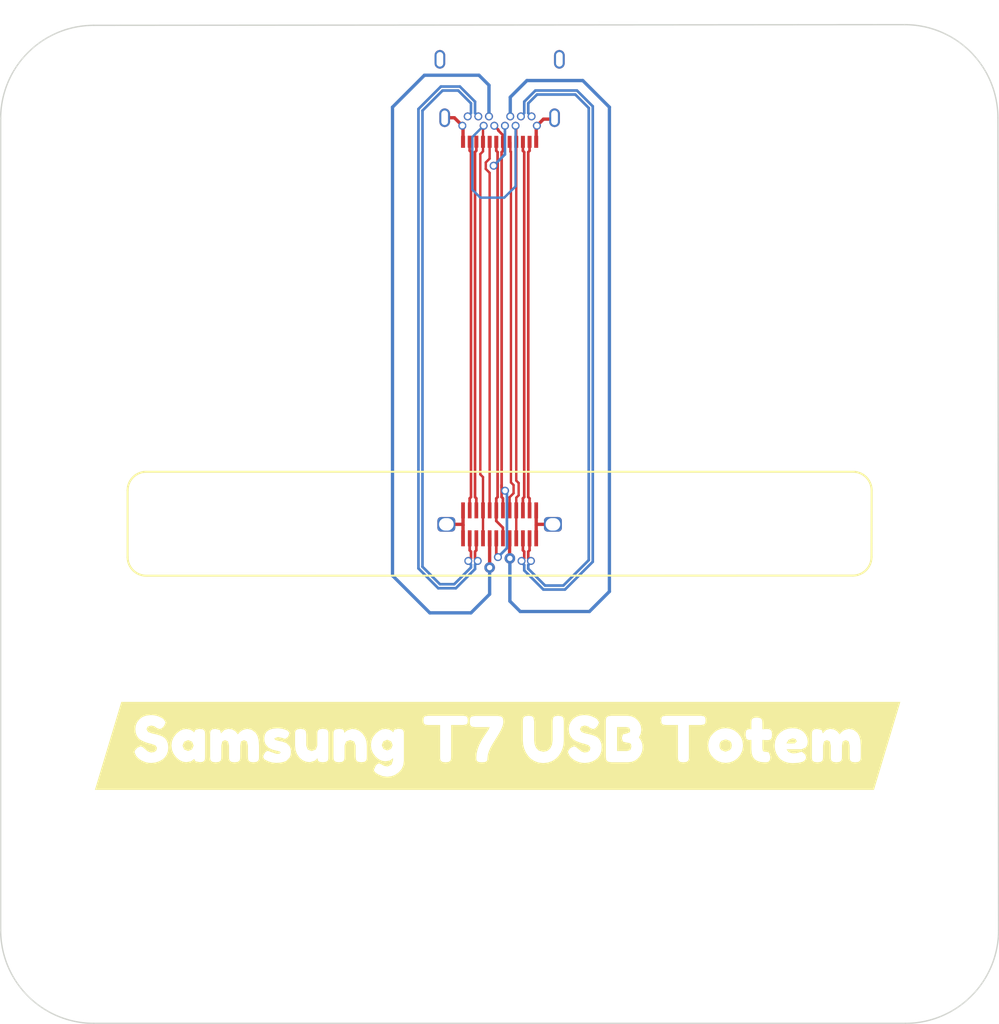
<source format=kicad_pcb>
(kicad_pcb (version 20221018) (generator pcbnew)
  (layers (0 "F.Cu" signal) (1 "In1.Cu" signal) (2 "In2.Cu" signal) (31 "B.Cu" signal) (34 "B.Paste" user) (35 "F.Paste" user) (36 "B.SilkS" user "B.Silkscreen") (37 "F.SilkS" user "F.Silkscreen") (38 "B.Mask" user) (39 "F.Mask" user) (44 "Edge.Cuts" user))
  (net 0 "")
  (net 1 "VSS")
  (net 2 "TX1+")
  (net 3 "TX1-")
  (net 4 "VBUS")
  (net 5 "CC1")
  (net 6 "D+")
  (net 7 "D-")
  (net 8 "SBU1")
  (net 9 "RX2-")
  (net 10 "RX2+")
  (net 11 "TX2+")
  (net 12 "TX2-")
  (net 13 "CC2")
  (net 14 "SBU2")
  (net 15 "RX1-")
  (net 16 "RX1+")
  (footprint "MountingHole:MountingHole_3.2mm_M3" (layer "F.Cu") (at 199.6 69.9)
    (fp_text reference "H2" hide)
    (fp_text value "MountingHole")
    (pad "" np_thru_hole circle (at 0 0) (size 3.2 3.2) (drill 3.2) (layers "*.Cu" "*.Mask"))
  )
  (footprint "MountingHole:MountingHole_3.2mm_M3" (layer "F.Cu") (at 138.3 69.9)
    (fp_text reference "H1" hide)
    (fp_text value "MountingHole")
    (pad "" np_thru_hole circle (at 0 0) (size 3.2 3.2) (drill 3.2) (layers "*.Cu" "*.Mask"))
  )
  (footprint "T7Totem:U263-241N-4BQC15 Male USBC" (layer "F.Cu") (at 169.15 100.35)
    (fp_text reference "J1" hide)
    (fp_text value "USB_C_Receptacle")
    (pad "" np_thru_hole circle (at -3.81 0.925) (size 0.6 0.6) (drill 0.6) (layers "F&B.Cu" "*.Mask"))
    (pad "" np_thru_hole circle (at 3.81 -0.925) (size 0.6 0.6) (drill 0.6) (layers "F&B.Cu" "*.Mask"))
    (pad "A1" smd rect (at 2.75 -1.05) (size 0.28 1.2) (layers "F.Cu" "F.Paste" "F.Mask") (net 1 "VSS"))
    (pad "A2" smd rect (at 2.25 -1.05) (size 0.28 1.2) (layers "F.Cu" "F.Paste" "F.Mask") (net 2 "TX1+"))
    (pad "A3" smd rect (at 1.75 -1.05) (size 0.28 1.2) (layers "F.Cu" "F.Paste" "F.Mask") (net 3 "TX1-"))
    (pad "A4" smd rect (at 1.25 -1.05) (size 0.28 1.2) (layers "F.Cu" "F.Paste" "F.Mask") (net 4 "VBUS"))
    (pad "A5" smd rect (at 0.75 -1.05) (size 0.28 1.2) (layers "F.Cu" "F.Paste" "F.Mask") (net 5 "CC1"))
    (pad "A6" smd rect (at 0.25 -1.05) (size 0.28 1.2) (layers "F.Cu" "F.Paste" "F.Mask") (net 6 "D+"))
    (pad "A7" smd rect (at -0.25 -1.05) (size 0.28 1.2) (layers "F.Cu" "F.Paste" "F.Mask") (net 7 "D-"))
    (pad "A8" smd rect (at -0.75 -1.05) (size 0.28 1.2) (layers "F.Cu" "F.Paste" "F.Mask") (net 8 "SBU1"))
    (pad "A9" smd rect (at -1.25 -1.05) (size 0.28 1.2) (layers "F.Cu" "F.Paste" "F.Mask") (net 4 "VBUS"))
    (pad "A10" smd rect (at -1.75 -1.05) (size 0.28 1.2) (layers "F.Cu" "F.Paste" "F.Mask") (net 9 "RX2-"))
    (pad "A11" smd rect (at -2.25 -1.05) (size 0.28 1.2) (layers "F.Cu" "F.Paste" "F.Mask") (net 10 "RX2+"))
    (pad "A12" smd rect (at -2.75 -1.05) (size 0.28 1.2) (layers "F.Cu" "F.Paste" "F.Mask") (net 1 "VSS"))
    (pad "B1" smd rect (at -2.75 1.05) (size 0.28 1.2) (layers "F.Cu" "F.Paste" "F.Mask") (net 1 "VSS"))
    (pad "B2" smd rect (at -2.25 1.05) (size 0.28 1.2) (layers "F.Cu" "F.Paste" "F.Mask") (net 11 "TX2+"))
    (pad "B3" smd rect (at -1.75 1.05) (size 0.28 1.2) (layers "F.Cu" "F.Paste" "F.Mask") (net 12 "TX2-"))
    (pad "B4" smd rect (at -1.25 1.05) (size 0.28 1.2) (layers "F.Cu" "F.Paste" "F.Mask") (net 4 "VBUS"))
    (pad "B5" smd rect (at -0.75 1.05) (size 0.28 1.2) (layers "F.Cu" "F.Paste" "F.Mask") (net 13 "CC2"))
    (pad "B6" smd rect (at -0.25 1.05) (size 0.28 1.2) (layers "F.Cu" "F.Paste" "F.Mask") (net 6 "D+"))
    (pad "B7" smd rect (at 0.25 1.05) (size 0.28 1.2) (layers "F.Cu" "F.Paste" "F.Mask") (net 7 "D-"))
    (pad "B8" smd rect (at 0.75 1.05) (size 0.28 1.2) (layers "F.Cu" "F.Paste" "F.Mask") (net 14 "SBU2"))
    (pad "B9" smd rect (at 1.25 1.05) (size 0.28 1.2) (layers "F.Cu" "F.Paste" "F.Mask") (net 4 "VBUS"))
    (pad "B10" smd rect (at 1.75 1.05) (size 0.28 1.2) (layers "F.Cu" "F.Paste" "F.Mask") (net 15 "RX1-"))
    (pad "B11" smd rect (at 2.25 1.05) (size 0.28 1.2) (layers "F.Cu" "F.Paste" "F.Mask") (net 16 "RX1+"))
    (pad "B12" smd rect (at 2.75 1.05) (size 0.28 1.2) (layers "F.Cu" "F.Paste" "F.Mask") (net 1 "VSS"))
    (pad "S1" thru_hole roundrect (at -4.005 0) (size 1.35 1.1) (drill oval 1.1 0.93) (layers "*.Cu" "*.Mask") (net 1 "VSS"))
    (pad "S1" thru_hole roundrect (at 4.005 0) (size 1.35 1.1) (drill oval 1.1 0.93) (layers "*.Cu" "*.Mask") (net 1 "VSS"))
  )
  (footprint "kibuzzard-63322C6E" (layer "F.Cu") (at 169 117)
    (fp_text reference "kibuzzard-63322C6E" hide)
    (fp_text value "G***" hide)
    (fp_poly (pts (xy 22.305169 -0.180975) (xy 22.486144 -0.333375) (xy 22.4028 -0.509588) (xy 22.164675 -0.576263) (xy 21.857494 -0.450056) (xy 21.705094 -0.180975) (xy 22.305169 -0.180975)) (fill solid) (layer "F.SilkS"))
    (fp_poly (pts (xy -23.681531 -0.01905) (xy -23.557706 0.264319) (xy -23.257669 0.390525) (xy -22.964775 0.261937) (xy -22.848094 -0.021431) (xy -22.960013 -0.309563) (xy -23.26005 -0.442913) (xy -23.56485 -0.309563) (xy -23.681531 -0.01905)) (fill solid) (layer "F.SilkS"))
    (fp_poly (pts (xy -8.708231 -0.054769) (xy -8.586788 0.223837) (xy -8.291513 0.347662) (xy -8.003381 0.221456) (xy -7.889081 -0.054769) (xy -7.998619 -0.335756) (xy -8.293894 -0.466725) (xy -8.593931 -0.338138) (xy -8.708231 -0.054769)) (fill solid) (layer "F.SilkS"))
    (fp_poly (pts (xy 16.818769 0.321469) (xy 17.128331 0.43815) (xy 17.442656 0.319087) (xy 17.560528 0.17145) (xy 17.599819 -0.033338) (xy 17.562909 -0.236934) (xy 17.452181 -0.381) (xy 17.133094 -0.4953) (xy 16.814006 -0.376238) (xy 16.703278 -0.229195) (xy 16.666369 -0.026194) (xy 16.704469 0.176212) (xy 16.818769 0.321469)) (fill solid) (layer "F.SilkS"))
    (fp_poly (pts (xy 10.056019 0.061912) (xy 10.029825 -0.119063) (xy 9.941719 -0.214313) (xy 9.675019 -0.252413) (xy 9.417844 -0.319088) (xy 9.332119 -0.592931) (xy 9.420225 -0.866775) (xy 9.713119 -0.93345) (xy 9.941719 -1.033463) (xy 9.956006 -1.204913) (xy 9.877425 -1.3716) (xy 9.641681 -1.419225) (xy 8.974931 -1.419225) (xy 8.974931 0.385762) (xy 9.755981 0.385762) (xy 9.981009 0.3048) (xy 10.056019 0.061912)) (fill solid) (layer "F.SilkS"))
    (fp_poly (pts (xy -27.291506 -3.306763) (xy -28.283694 -3.306763) (xy -30.267751 3.306763) (xy -28.283694 3.306763) (xy -27.291506 3.306763) (xy -26.024681 3.306763) (xy -26.024681 1.281112) (xy -26.242566 1.26742) (xy -26.448544 1.226344) (xy -26.772394 1.090612) (xy -26.986706 0.940594) (xy -27.124819 0.795337) (xy -27.167681 0.74295) (xy -27.291506 0.469106) (xy -27.240309 0.328017) (xy -27.086719 0.147637) (xy -26.834306 0.033337) (xy -26.674763 0.092869) (xy -26.462831 0.271462) (xy -26.272331 0.426244) (xy -26.043731 0.500062) (xy -25.797669 0.459846) (xy -25.650031 0.339196) (xy -25.600819 0.138112) (xy -25.722263 -0.045244) (xy -26.024681 -0.1524) (xy -26.2128 -0.195858) (xy -26.415206 -0.259556) (xy -26.617612 -0.339923) (xy -26.805731 -0.433388) (xy -26.971823 -0.56257) (xy -27.10815 -0.750094) (xy -27.199233 -0.988814) (xy -27.229594 -1.271588) (xy -27.194933 -1.539081) (xy -27.090952 -1.782763) (xy -26.91765 -2.002631) (xy -26.684552 -2.175933) (xy -26.401183 -2.279915) (xy -26.067544 -2.314575) (xy -25.794295 -2.29612) (xy -25.54605 -2.240756) (xy -25.219819 -2.090738) (xy -25.100756 -2.00025) (xy -24.953119 -1.766888) (xy -25.067419 -1.50495) (xy -25.231725 -1.326356) (xy -25.400794 -1.266825) (xy -25.648444 -1.362075) (xy -25.703212 -1.4097) (xy -25.777031 -1.471613) (xy -26.031825 -1.533525) (xy -26.289 -1.459706) (xy -26.391394 -1.254919) (xy -26.26995 -1.042988) (xy -25.967531 -0.93345) (xy -25.778222 -0.897136) (xy -25.572244 -0.845344) (xy -25.366266 -0.779264) (xy -25.176956 -0.700088) (xy -25.010864 -0.582811) (xy -24.874538 -0.402431) (xy -24.783455 -0.166092) (xy -24.753094 0.119062) (xy -24.78405 0.41017) (xy -24.876919 0.664369) (xy -25.019794 0.873323) (xy -25.200769 1.0287) (xy -25.463765 1.168929) (xy -25.738402 1.253067) (xy -26.024681 1.281112) (xy -26.024681 3.306763) (xy -22.359938 3.306763) (xy -22.359938 1.223962) (xy -22.7076 1.159669) (xy -22.809994 0.97155) (xy -23.045142 1.160859) (xy -23.398163 1.223962) (xy -23.666185 1.182158) (xy -23.920979 1.056746) (xy -24.162544 0.847725) (xy -24.358335 0.583406) (xy -24.47581 0.2921) (xy -24.514969 -0.026194) (xy -24.475546 -0.344223) (xy -24.357277 -0.634735) (xy -24.160163 -0.897731) (xy -23.915952 -1.105429) (xy -23.656396 -1.230048) (xy -23.381494 -1.271588) (xy -23.086219 -1.214438) (xy -22.900481 -1.107281) (xy -22.814756 -1.00965) (xy -22.706409 -1.209675) (xy -22.438519 -1.27635) (xy -22.162294 -1.247775) (xy -22.036088 -1.147763) (xy -21.993225 -1.021556) (xy -21.986081 -0.85725) (xy -21.986081 0.809625) (xy -21.993225 0.973931) (xy -22.033706 1.100137) (xy -22.148602 1.193006) (xy -22.359938 1.223962) (xy -22.359938 3.306763) (xy -18.352294 3.306763) (xy -18.352294 1.233487) (xy -18.593991 1.20015) (xy -18.719006 1.100137) (xy -18.759488 0.973931) (xy -18.766631 0.809625) (xy -18.766631 -0.023813) (xy -18.84045 -0.334566) (xy -19.061906 -0.43815) (xy -19.288125 -0.328613) (xy -19.347656 -0.01905) (xy -19.347656 0.814387) (xy -19.3548 0.981075) (xy -19.400044 1.1049) (xy -19.52625 1.201341) (xy -19.771519 1.233487) (xy -20.013216 1.20015) (xy -20.138231 1.100137) (xy -20.178713 0.973931) (xy -20.185856 0.809625) (xy -20.185856 -0.023813) (xy -20.259675 -0.334566) (xy -20.481131 -0.43815) (xy -20.695444 -0.334566) (xy -20.766881 -0.023813) (xy -20.766881 0.81915) (xy -20.774025 0.983456) (xy -20.819269 1.109662) (xy -20.947856 1.202531) (xy -21.190744 1.233487) (xy -21.432441 1.201341) (xy -21.557456 1.1049) (xy -21.597938 0.981075) (xy -21.605081 0.814387) (xy -21.605081 -0.862013) (xy -21.597938 -1.026319) (xy -21.552694 -1.147763) (xy -21.432441 -1.244203) (xy -21.214556 -1.27635) (xy -20.866894 -1.190625) (xy -20.785931 -0.942975) (xy -20.539472 -1.196578) (xy -20.247769 -1.281113) (xy -19.951435 -1.235075) (xy -19.710135 -1.096963) (xy -19.523869 -0.866775) (xy -19.397663 -1.016794) (xy -19.161919 -1.188244) (xy -18.828544 -1.281113) (xy -18.4785 -1.207889) (xy -18.190369 -0.988219) (xy -18.047494 -0.750358) (xy -17.961769 -0.427302) (xy -17.933194 -0.01905) (xy -17.933194 0.814387) (xy -17.940338 0.978694) (xy -17.985581 1.1049) (xy -18.108216 1.201341) (xy -18.352294 1.233487) (xy -18.352294 3.306763) (xy -16.6497 3.306763) (xy -16.6497 1.27635) (xy -16.952119 1.246717) (xy -17.2466 1.157817) (xy -17.533144 1.00965) (xy -17.623631 0.828675) (xy -17.578387 0.672703) (xy -17.442656 0.452437) (xy -17.273587 0.371475) (xy -16.956881 0.488156) (xy -16.594931 0.604837) (xy -16.377047 0.576262) (xy -16.304419 0.490537) (xy -16.384191 0.411956) (xy -16.623506 0.357187) (xy -16.922353 0.279797) (xy -17.218819 0.13335) (xy -17.447419 -0.135731) (xy -17.515284 -0.336352) (xy -17.537906 -0.5715) (xy -17.496568 -0.842391) (xy -17.372552 -1.053084) (xy -17.16586 -1.203579) (xy -16.87649 -1.293876) (xy -16.504444 -1.323975) (xy -16.161544 -1.283494) (xy -15.809119 -1.16205) (xy -15.642431 -0.97155) (xy -15.747206 -0.690563) (xy -15.961519 -0.523875) (xy -16.17345 -0.595313) (xy -16.509206 -0.66675) (xy -16.790194 -0.561975) (xy -16.709231 -0.444103) (xy -16.466344 -0.376238) (xy -16.156781 -0.314325) (xy -15.856744 -0.195263) (xy -15.625762 0.035719) (xy -15.556111 0.220861) (xy -15.532894 0.447675) (xy -15.556111 0.67687) (xy -15.625762 0.869156) (xy -15.885319 1.128712) (xy -16.105717 1.210733) (xy -16.36051 1.259946) (xy -16.6497 1.27635) (xy -16.6497 3.306763) (xy -13.137356 3.306763) (xy -13.137356 1.228725) (xy -13.371909 1.20015) (xy -13.494544 1.114425) (xy -13.542169 0.919162) (xy -13.627894 1.014412) (xy -13.756481 1.119187) (xy -14.108906 1.223962) (xy -14.411325 1.183481) (xy -14.677231 1.062038) (xy -14.906625 0.859631) (xy -15.082573 0.599017) (xy -15.188142 0.302948) (xy -15.223331 -0.028575) (xy -15.223331 -0.862013) (xy -15.216188 -1.0287) (xy -15.175706 -1.152525) (xy -15.0495 -1.248966) (xy -14.804231 -1.281113) (xy -14.539913 -1.235869) (xy -14.413706 -1.100138) (xy -14.385131 -0.85725) (xy -14.385131 -0.023813) (xy -14.273212 0.280987) (xy -13.973175 0.390525) (xy -13.668375 0.276225) (xy -13.551694 -0.023813) (xy -13.551694 -0.866775) (xy -13.54455 -1.031081) (xy -13.499306 -1.157288) (xy -13.376672 -1.250156) (xy -13.132594 -1.281113) (xy -12.890897 -1.248966) (xy -12.765881 -1.152525) (xy -12.7254 -1.026319) (xy -12.718256 -0.862013) (xy -12.718256 0.823912) (xy -12.7254 0.983456) (xy -12.770644 1.1049) (xy -12.898041 1.197769) (xy -13.137356 1.228725) (xy -13.137356 3.306763) (xy -10.251281 3.306763) (xy -10.251281 1.228725) (xy -10.517981 1.184672) (xy -10.641806 1.052512) (xy -10.670381 0.809625) (xy -10.670381 -0.028575) (xy -10.7823 -0.333375) (xy -11.082338 -0.442913) (xy -11.387138 -0.328613) (xy -11.503819 -0.028575) (xy -11.503819 0.814387) (xy -11.510963 0.978694) (xy -11.556206 1.100137) (xy -11.678841 1.196578) (xy -11.922919 1.228725) (xy -12.164616 1.196578) (xy -12.289631 1.100137) (xy -12.330113 0.973931) (xy -12.337256 0.809625) (xy -12.337256 -0.8763) (xy -12.330113 -1.035844) (xy -12.284869 -1.157288) (xy -12.159853 -1.246584) (xy -11.918156 -1.27635) (xy -11.683603 -1.248966) (xy -11.560969 -1.166813) (xy -11.513344 -0.97155) (xy -11.427619 -1.0668) (xy -11.299031 -1.166813) (xy -10.941844 -1.27635) (xy -10.642071 -1.235869) (xy -10.377752 -1.114425) (xy -10.148888 -0.912019) (xy -9.97294 -0.651404) (xy -9.867371 -0.355335) (xy -9.832181 -0.023813) (xy -9.832181 0.814387) (xy -9.839325 0.978694) (xy -9.879806 1.100137) (xy -10.006013 1.196578) (xy -10.251281 1.228725) (xy -10.251281 3.306763) (xy -8.284369 3.306763) (xy -8.284369 2.314575) (xy -8.637984 2.270522) (xy -8.974931 2.138363) (xy -9.221391 1.970484) (xy -9.303544 1.819275) (xy -9.160669 1.490662) (xy -9.020175 1.35255) (xy -8.903494 1.31445) (xy -8.765381 1.3716) (xy -8.527256 1.503759) (xy -8.270081 1.547812) (xy -7.974806 1.404937) (xy -7.860506 1.062037) (xy -7.860506 0.919162) (xy -8.095059 1.097756) (xy -8.436769 1.157287) (xy -8.694738 1.116806) (xy -8.941594 0.995362) (xy -9.177338 0.792956) (xy -9.36916 0.536575) (xy -9.484254 0.253206) (xy -9.522619 -0.05715) (xy -9.48399 -0.367771) (xy -9.368102 -0.651933) (xy -9.174956 -0.909638) (xy -8.935773 -1.113367) (xy -8.681773 -1.235604) (xy -8.412956 -1.27635) (xy -8.117681 -1.216819) (xy -7.934325 -1.107281) (xy -7.855744 -1.014413) (xy -7.758113 -1.216819) (xy -7.489031 -1.285875) (xy -7.217569 -1.2573) (xy -7.096125 -1.159669) (xy -7.053263 -1.038225) (xy -7.046119 -0.8763) (xy -7.046119 1.095375) (xy -7.088452 1.436952) (xy -7.215452 1.731433) (xy -7.427119 1.978819) (xy -7.691702 2.16535) (xy -7.977452 2.277269) (xy -8.284369 2.314575) (xy -8.284369 3.306763) (xy -3.912394 3.306763) (xy -3.912394 1.233487) (xy -4.148137 1.204912) (xy -4.271962 1.107281) (xy -4.314825 0.983456) (xy -4.321969 0.81915) (xy -4.321969 -1.571625) (xy -5.236369 -1.571625) (xy -5.460206 -1.607344) (xy -5.555456 -1.719263) (xy -5.579269 -1.919288) (xy -5.555456 -2.116931) (xy -5.474494 -2.219325) (xy -5.231606 -2.262188) (xy -2.583656 -2.262188) (xy -2.359819 -2.226469) (xy -2.264569 -2.11455) (xy -2.240756 -1.914525) (xy -2.264569 -1.716881) (xy -2.345531 -1.614488) (xy -2.588419 -1.571625) (xy -3.498056 -1.571625) (xy -3.498056 0.823912) (xy -3.5052 0.985837) (xy -3.548062 1.107281) (xy -3.674269 1.204912) (xy -3.912394 1.233487) (xy -3.912394 3.306763) (xy -1.183481 3.306763) (xy -1.183481 1.233487) (xy -1.423987 1.214437) (xy -1.550194 1.138237) (xy -1.595437 1.031081) (xy -1.602581 0.871537) (xy -1.576388 0.557808) (xy -1.497806 0.235744) (xy -1.382316 -0.073223) (xy -1.245394 -0.347663) (xy -1.097756 -0.594717) (xy -0.950119 -0.821531) (xy -0.813197 -1.022747) (xy -0.697706 -1.193006) (xy -0.592931 -1.4097) (xy -1.678781 -1.4097) (xy -1.955006 -1.457325) (xy -2.069306 -1.595438) (xy -2.097881 -1.833563) (xy -2.069306 -2.071688) (xy -1.978819 -2.195513) (xy -1.702594 -2.252663) (xy 0.011906 -2.252663) (xy 0.276225 -2.207419) (xy 0.402431 -2.071688) (xy 0.431006 -1.804988) (xy 0.40005 -1.59127) (xy 0.307181 -1.331119) (xy 0.170855 -1.049536) (xy 0.009525 -0.771525) (xy -0.164902 -0.494109) (xy -0.340519 -0.214313) (xy -0.523875 0.109537) (xy -0.654844 0.40005) (xy -0.733425 0.657225) (xy -0.759619 0.881062) (xy -0.769144 1.035844) (xy -0.816769 1.140619) (xy -0.942975 1.214437) (xy -1.183481 1.233487) (xy -1.183481 3.306763) (xy 3.429 3.306763) (xy 3.429 1.290637) (xy 3.081338 1.252537) (xy 2.767013 1.138237) (xy 2.497336 0.962025) (xy 2.283619 0.738187) (xy 2.114848 0.477441) (xy 1.994297 0.200025) (xy 1.921966 -0.094059) (xy 1.897856 -0.404813) (xy 1.897856 -1.838325) (xy 1.905 -2.007394) (xy 1.950244 -2.1336) (xy 2.078831 -2.233613) (xy 2.321719 -2.262188) (xy 2.564606 -2.233613) (xy 2.688431 -2.1336) (xy 2.745581 -1.833563) (xy 2.745581 -0.404813) (xy 2.7813 -0.121444) (xy 2.888456 0.147637) (xy 3.102769 0.36195) (xy 3.440906 0.442912) (xy 3.744516 0.378619) (xy 3.960019 0.185737) (xy 4.088606 -0.091678) (xy 4.131469 -0.409575) (xy 4.131469 -1.8669) (xy 4.179094 -2.128838) (xy 4.317206 -2.233613) (xy 4.543425 -2.262188) (xy 4.760119 -2.238375) (xy 4.883944 -2.181225) (xy 4.945856 -2.081213) (xy 4.974431 -1.833563) (xy 4.974431 -0.395288) (xy 4.950023 -0.088106) (xy 4.8768 0.204787) (xy 4.754761 0.483394) (xy 4.583906 0.747712) (xy 4.366022 0.967383) (xy 4.093369 1.140619) (xy 3.777258 1.253133) (xy 3.429 1.290637) (xy 3.429 3.306763) (xy 6.550819 3.306763) (xy 6.550819 1.281112) (xy 6.332934 1.26742) (xy 6.126956 1.226344) (xy 5.803106 1.090612) (xy 5.588794 0.940594) (xy 5.450681 0.795337) (xy 5.407819 0.74295) (xy 5.283994 0.469106) (xy 5.335191 0.328017) (xy 5.488781 0.147637) (xy 5.741194 0.033337) (xy 5.900738 0.092869) (xy 6.112669 0.271462) (xy 6.303169 0.426244) (xy 6.531769 0.500062) (xy 6.777831 0.459846) (xy 6.925469 0.339196) (xy 6.974681 0.138112) (xy 6.853238 -0.045244) (xy 6.550819 -0.1524) (xy 6.3627 -0.195858) (xy 6.160294 -0.259556) (xy 5.957888 -0.339923) (xy 5.769769 -0.433388) (xy 5.603677 -0.56257) (xy 5.46735 -0.750094) (xy 5.376267 -0.988814) (xy 5.345906 -1.271588) (xy 5.380567 -1.539081) (xy 5.484548 -1.782763) (xy 5.65785 -2.002631) (xy 5.890948 -2.175933) (xy 6.174317 -2.279915) (xy 6.507956 -2.314575) (xy 6.781205 -2.29612) (xy 7.02945 -2.240756) (xy 7.355681 -2.090738) (xy 7.474744 -2.00025) (xy 7.622381 -1.766888) (xy 7.508081 -1.50495) (xy 7.343775 -1.326356) (xy 7.174706 -1.266825) (xy 6.927056 -1.362075) (xy 6.872288 -1.4097) (xy 6.798469 -1.471613) (xy 6.543675 -1.533525) (xy 6.2865 -1.459706) (xy 6.184106 -1.254919) (xy 6.30555 -1.042988) (xy 6.607969 -0.93345) (xy 6.797278 -0.897136) (xy 7.003256 -0.845344) (xy 7.209234 -0.779264) (xy 7.398544 -0.700088) (xy 7.564636 -0.582811) (xy 7.700963 -0.402431) (xy 7.792045 -0.166092) (xy 7.822406 0.119062) (xy 7.79145 0.41017) (xy 7.698581 0.664369) (xy 7.555706 0.873323) (xy 7.374731 1.0287) (xy 7.111735 1.168929) (xy 6.837098 1.253067) (xy 6.550819 1.281112) (xy 6.550819 3.306763) (xy 9.803606 3.306763) (xy 9.803606 1.228725) (xy 8.551069 1.228725) (xy 8.28675 1.183481) (xy 8.160544 1.04775) (xy 8.131969 0.8001) (xy 8.131969 -1.843088) (xy 8.139113 -2.009775) (xy 8.184356 -2.1336) (xy 8.310562 -2.230041) (xy 8.555831 -2.262188) (xy 9.755981 -2.262188) (xy 10.032206 -2.228321) (xy 10.276681 -2.126721) (xy 10.489406 -1.957388) (xy 10.661385 -1.737254) (xy 10.764573 -1.489604) (xy 10.798969 -1.214438) (xy 10.753725 -0.913209) (xy 10.617994 -0.638175) (xy 10.774098 -0.406929) (xy 10.86776 -0.157692) (xy 10.898981 0.109537) (xy 10.8585 0.40984) (xy 10.749756 0.675746) (xy 10.57275 0.907256) (xy 10.346531 1.08585) (xy 10.09015 1.193006) (xy 9.803606 1.228725) (xy 9.803606 3.306763) (xy 13.961269 3.306763) (xy 13.961269 1.233487) (xy 13.725525 1.204912) (xy 13.6017 1.107281) (xy 13.558838 0.983456) (xy 13.551694 0.81915) (xy 13.551694 -1.571625) (xy 12.637294 -1.571625) (xy 12.413456 -1.607344) (xy 12.318206 -1.719263) (xy 12.294394 -1.919288) (xy 12.318206 -2.116931) (xy 12.399169 -2.219325) (xy 12.642056 -2.262188) (xy 15.290006 -2.262188) (xy 15.513844 -2.226469) (xy 15.609094 -2.11455) (xy 15.632906 -1.914525) (xy 15.609094 -1.716881) (xy 15.528131 -1.614488) (xy 15.285244 -1.571625) (xy 14.375606 -1.571625) (xy 14.375606 0.823912) (xy 14.368463 0.985837) (xy 14.3256 1.107281) (xy 14.199394 1.204912) (xy 13.961269 1.233487) (xy 13.961269 3.306763) (xy 17.133094 3.306763) (xy 17.133094 1.27635) (xy 16.823531 1.237655) (xy 16.523494 1.121569) (xy 16.251436 0.929878) (xy 16.025813 0.664369) (xy 15.874008 0.342305) (xy 15.823406 -0.01905) (xy 15.867856 -0.377825) (xy 16.001206 -0.69215) (xy 16.223456 -0.962025) (xy 16.502856 -1.1684) (xy 16.807656 -1.292225) (xy 17.137856 -1.3335) (xy 17.467527 -1.29249) (xy 17.77074 -1.169458) (xy 18.047494 -0.964406) (xy 18.267098 -0.695854) (xy 18.39886 -0.382323) (xy 18.442781 -0.023813) (xy 18.391584 0.349448) (xy 18.237994 0.678656) (xy 18.01118 0.945356) (xy 17.740313 1.131094) (xy 17.442061 1.240036) (xy 17.133094 1.27635) (xy 17.133094 3.306763) (xy 20.081081 3.306763) (xy 20.081081 1.233487) (xy 19.77734 1.208617) (xy 19.526515 1.134004) (xy 19.328606 1.00965) (xy 19.185731 0.826029) (xy 19.100006 0.573617) (xy 19.071431 0.252412) (xy 19.071431 -0.452438) (xy 18.876169 -0.43815) (xy 18.702338 -0.519113) (xy 18.633281 -0.795338) (xy 18.657094 -1.078706) (xy 18.723769 -1.204913) (xy 18.914269 -1.266825) (xy 19.071431 -1.247775) (xy 19.071431 -1.738313) (xy 19.078575 -1.900238) (xy 19.123819 -2.014538) (xy 19.246453 -2.103834) (xy 19.490531 -2.1336) (xy 19.748897 -2.089547) (xy 19.876294 -1.957388) (xy 19.900106 -1.7145) (xy 19.900106 -1.247775) (xy 20.216813 -1.266825) (xy 20.378738 -1.259681) (xy 20.504944 -1.214438) (xy 20.597813 -1.091803) (xy 20.628769 -0.847725) (xy 20.596622 -0.606028) (xy 20.500181 -0.481013) (xy 20.373975 -0.440531) (xy 20.209669 -0.433388) (xy 19.900106 -0.452438) (xy 19.900106 0.204787) (xy 19.940588 0.390525) (xy 20.092988 0.447675) (xy 20.264438 0.454819) (xy 20.390644 0.500062) (xy 20.500181 0.81915) (xy 20.466844 1.060847) (xy 20.366831 1.185862) (xy 20.240625 1.226344) (xy 20.081081 1.233487) (xy 20.081081 3.306763) (xy 22.171819 3.306763) (xy 22.171819 1.2954) (xy 21.839039 1.265039) (xy 21.54555 1.173956) (xy 21.302067 1.032867) (xy 21.119306 0.852487) (xy 20.952619 0.585258) (xy 20.852606 0.297921) (xy 20.819269 -0.009525) (xy 20.862396 -0.382852) (xy 20.991777 -0.702733) (xy 21.207413 -0.969169) (xy 21.487606 -1.168929) (xy 21.810663 -1.288785) (xy 22.176581 -1.328738) (xy 22.485548 -1.299567) (xy 22.750463 -1.212056) (xy 22.971323 -1.066205) (xy 23.148131 -0.862013) (xy 23.269575 -0.603052) (xy 23.310056 -0.321469) (xy 23.273742 -0.066675) (xy 23.1648 0.111919) (xy 22.843331 0.252412) (xy 21.714619 0.252412) (xy 21.871781 0.47625) (xy 22.186106 0.566737) (xy 22.432566 0.55245) (xy 22.619494 0.509587) (xy 22.671881 0.490537) (xy 22.862381 0.43815) (xy 23.124319 0.652462) (xy 23.186231 0.871537) (xy 23.12283 1.056977) (xy 22.932628 1.189434) (xy 22.615624 1.268909) (xy 22.171819 1.2954) (xy 22.171819 3.306763) (xy 26.872406 3.306763) (xy 26.872406 1.233487) (xy 26.630709 1.20015) (xy 26.505694 1.100137) (xy 26.465213 0.973931) (xy 26.458069 0.809625) (xy 26.458069 -0.023813) (xy 26.38425 -0.334566) (xy 26.162794 -0.43815) (xy 25.936575 -0.328613) (xy 25.877044 -0.01905) (xy 25.877044 0.814387) (xy 25.8699 0.981075) (xy 25.824656 1.1049) (xy 25.69845 1.201341) (xy 25.453181 1.233487) (xy 25.211484 1.20015) (xy 25.086469 1.100137) (xy 25.045988 0.973931) (xy 25.038844 0.809625) (xy 25.038844 -0.023813) (xy 24.965025 -0.334566) (xy 24.743569 -0.43815) (xy 24.529256 -0.334566) (xy 24.457819 -0.023813) (xy 24.457819 0.81915) (xy 24.450675 0.983456) (xy 24.405431 1.109662) (xy 24.276844 1.202531) (xy 24.033956 1.233487) (xy 23.792259 1.201341) (xy 23.667244 1.1049) (xy 23.626763 0.981075) (xy 23.619619 0.814387) (xy 23.619619 -0.862013) (xy 23.626763 -1.026319) (xy 23.672006 -1.147763) (xy 23.792259 -1.244203) (xy 24.010144 -1.27635) (xy 24.357806 -1.190625) (xy 24.438769 -0.942975) (xy 24.685228 -1.196578) (xy 24.976931 -1.281113) (xy 25.273265 -1.235075) (xy 25.514565 -1.096963) (xy 25.700831 -0.866775) (xy 25.827038 -1.016794) (xy 26.062781 -1.188244) (xy 26.396156 -1.281113) (xy 26.7462 -1.207889) (xy 27.034331 -0.988219) (xy 27.177206 -0.750358) (xy 27.262931 -0.427302) (xy 27.291506 -0.01905) (xy 27.291506 0.814387) (xy 27.284363 0.978694) (xy 27.239119 1.1049) (xy 27.116484 1.201341) (xy 26.872406 1.233487) (xy 26.872406 3.306763) (xy 27.291506 3.306763) (xy 28.283694 3.306763) (xy 30.267751 -3.306762) (xy 28.283694 -3.306762) (xy 27.291506 -3.306762) (xy -27.291506 -3.306762) (xy -27.291506 -3.306763)) (fill solid) (layer "F.SilkS"))
  )
  (footprint "MountingHole:MountingHole_3.2mm_M3" (layer "F.Cu") (at 199.6 131.3)
    (fp_text reference "H3" hide)
    (fp_text value "MountingHole")
    (pad "" np_thru_hole circle (at 0 0) (size 3.2 3.2) (drill 3.2) (layers "*.Cu" "*.Mask"))
  )
  (footprint "T7Totem:TYPEC-324-BCP24 USBC Female" (layer "F.Cu") (at 172.75 71.045 180)
    (fp_text reference "J2" hide)
    (fp_text value "USB_C_Receptacle")
    (pad "" np_thru_hole circle (at 0 0 180) (size 0.65 0.65) (drill 0.65) (layers "F&B.Cu" "*.Mask"))
    (pad "" np_thru_hole oval (at 7.23 0 180) (size 0.95 0.65) (drill oval 0.95 0.65) (layers "F&B.Cu" "*.Mask"))
    (pad "A1" smd rect (at 0.85 -0.56 180) (size 0.3 0.9) (layers "F.Cu" "F.Paste" "F.Mask") (net 1 "VSS"))
    (pad "A2" smd rect (at 1.35 -0.56 180) (size 0.3 0.9) (layers "F.Cu" "F.Paste" "F.Mask") (net 2 "TX1+"))
    (pad "A3" smd rect (at 1.85 -0.56 180) (size 0.3 0.9) (layers "F.Cu" "F.Paste" "F.Mask") (net 3 "TX1-"))
    (pad "A4" smd rect (at 2.35 -0.56 180) (size 0.3 0.9) (layers "F.Cu" "F.Paste" "F.Mask") (net 4 "VBUS"))
    (pad "A5" smd rect (at 2.85 -0.56 180) (size 0.3 0.9) (layers "F.Cu" "F.Paste" "F.Mask") (net 5 "CC1"))
    (pad "A6" smd rect (at 3.35 -0.56 180) (size 0.3 0.9) (layers "F.Cu" "F.Paste" "F.Mask") (net 6 "D+"))
    (pad "A7" smd rect (at 3.85 -0.56 180) (size 0.3 0.9) (layers "F.Cu" "F.Paste" "F.Mask") (net 7 "D-"))
    (pad "A8" smd rect (at 4.35 -0.56 180) (size 0.3 0.9) (layers "F.Cu" "F.Paste" "F.Mask") (net 8 "SBU1"))
    (pad "A9" smd rect (at 4.85 -0.56 180) (size 0.3 0.9) (layers "F.Cu" "F.Paste" "F.Mask") (net 4 "VBUS"))
    (pad "A10" smd rect (at 5.35 -0.55 180) (size 0.3 0.9) (layers "F.Cu" "F.Paste" "F.Mask") (net 9 "RX2-"))
    (pad "A11" smd rect (at 5.85 -0.55 180) (size 0.3 0.9) (layers "F.Cu" "F.Paste" "F.Mask") (net 10 "RX2+"))
    (pad "A12" smd rect (at 6.35 -0.56 180) (size 0.3 0.9) (layers "F.Cu" "F.Paste" "F.Mask") (net 1 "VSS"))
    (pad "B1" thru_hole circle (at 6.4 0.65 180) (size 0.6 0.6) (drill 0.4) (layers "*.Cu" "*.Mask" "F.Paste") (net 1 "VSS"))
    (pad "B2" thru_hole circle (at 6 1.35 180) (size 0.6 0.6) (drill 0.4) (layers "*.Cu" "*.Mask" "F.Paste") (net 11 "TX2+"))
    (pad "B3" thru_hole circle (at 5.2 1.35 180) (size 0.6 0.6) (drill 0.4) (layers "*.Cu" "*.Mask" "F.Paste") (net 12 "TX2-"))
    (pad "B4" thru_hole circle (at 4.8 0.65 180) (size 0.6 0.6) (drill 0.4) (layers "*.Cu" "*.Mask" "F.Paste") (net 4 "VBUS"))
    (pad "B5" thru_hole circle (at 4.4 1.35 180) (size 0.6 0.6) (drill 0.4) (layers "*.Cu" "*.Mask" "F.Paste") (net 13 "CC2"))
    (pad "B6" thru_hole circle (at 4 0.65 180) (size 0.6 0.6) (drill 0.4) (layers "*.Cu" "*.Mask" "F.Paste") (net 6 "D+"))
    (pad "B7" thru_hole circle (at 3.2 0.65 180) (size 0.6 0.6) (drill 0.4) (layers "*.Cu" "*.Mask" "F.Paste") (net 7 "D-"))
    (pad "B8" thru_hole circle (at 2.8 1.35 180) (size 0.6 0.6) (drill 0.4) (layers "*.Cu" "*.Mask" "F.Paste") (net 14 "SBU2"))
    (pad "B9" thru_hole circle (at 2.4 0.65 180) (size 0.6 0.6) (drill 0.4) (layers "*.Cu" "*.Mask" "F.Paste") (net 4 "VBUS"))
    (pad "B10" thru_hole circle (at 2 1.35 180) (size 0.6 0.6) (drill 0.4) (layers "*.Cu" "*.Mask" "F.Paste") (net 15 "RX1-"))
    (pad "B11" thru_hole circle (at 1.2 1.35 180) (size 0.6 0.6) (drill 0.4) (layers "*.Cu" "*.Mask" "F.Paste") (net 16 "RX1+"))
    (pad "B12" thru_hole circle (at 0.8 0.65 180) (size 0.6 0.6) (drill 0.4) (layers "*.Cu" "*.Mask" "F.Paste") (net 1 "VSS"))
    (pad "S1" thru_hole oval (at -0.89 5.64 180) (size 0.8 1.4) (drill oval 0.5 1.1) (layers "*.Cu" "*.Mask") (net 1 "VSS"))
    (pad "S1" thru_hole oval (at -0.53 1.25 180) (size 0.8 1.4) (drill oval 0.5 1.1) (layers "*.Cu" "*.Mask") (net 1 "VSS"))
    (pad "S1" thru_hole oval (at 7.73 1.25 180) (size 0.8 1.4) (drill oval 0.5 1.1) (layers "*.Cu" "*.Mask") (net 1 "VSS"))
    (pad "S1" thru_hole oval (at 8.09 5.64 180) (size 0.8 1.4) (drill oval 0.5 1.1) (layers "*.Cu" "*.Mask") (net 1 "VSS"))
  )
  (footprint "MountingHole:MountingHole_3.2mm_M3" (layer "F.Cu") (at 138.3 131.3)
    (fp_text reference "H4" hide)
    (fp_text value "MountingHole")
    (pad "" np_thru_hole circle (at 0 0) (size 3.2 3.2) (drill 3.2) (layers "*.Cu" "*.Mask"))
  )
  (gr_arc (start 142.589949 104.210051) (mid 141.6 103.8) (end 141.189949 102.810051) (stroke (width 0.15)) (layer "F.SilkS"))
  (gr_arc (start 195.710051 96.4) (mid 196.7 96.810051) (end 197.110051 97.8) (stroke (width 0.15)) (layer "F.SilkS"))
  (gr_line (start 195.710051 96.4) (end 142.589949 96.4) (stroke (width 0.15)) (layer "F.SilkS"))
  (gr_line (start 141.189949 97.8) (end 141.189949 102.810051) (stroke (width 0.15)) (layer "F.SilkS"))
  (gr_arc (start 197.1 102.8) (mid 196.689949 103.789949) (end 195.7 104.2) (stroke (width 0.15)) (layer "F.SilkS"))
  (gr_line (start 142.589949 104.210051) (end 195.7 104.2) (stroke (width 0.15)) (layer "F.SilkS"))
  (gr_line (start 197.1 102.8) (end 197.110051 97.8) (stroke (width 0.15)) (layer "F.SilkS"))
  (gr_arc (start 141.189949 97.8) (mid 141.6 96.810051) (end 142.589949 96.4) (stroke (width 0.15)) (layer "F.SilkS"))
  (gr_line (start 206.650253 130.850253) (end 206.6 69.8) (stroke (width 0.1)) (layer "Edge.Cuts"))
  (gr_arc (start 199.6 62.8) (mid 204.549747 64.850253) (end 206.6 69.8) (stroke (width 0.1)) (layer "Edge.Cuts"))
  (gr_line (start 131.649747 69.849747) (end 131.649747 130.850253) (stroke (width 0.1)) (layer "Edge.Cuts"))
  (gr_arc (start 138.649747 137.850253) (mid 133.7 135.8) (end 131.649747 130.850253) (stroke (width 0.1)) (layer "Edge.Cuts"))
  (gr_arc (start 206.650253 130.850253) (mid 204.6 135.8) (end 199.650253 137.850253) (stroke (width 0.1)) (layer "Edge.Cuts"))
  (gr_line (start 199.6 62.8) (end 138.649747 62.849747) (stroke (width 0.1)) (layer "Edge.Cuts"))
  (gr_arc (start 131.649747 69.849747) (mid 133.7 64.9) (end 138.649747 62.849747) (stroke (width 0.1)) (layer "Edge.Cuts"))
  (gr_line (start 138.649747 137.850253) (end 199.650253 137.850253) (stroke (width 0.1)) (layer "Edge.Cuts"))
  (segment (start 166.35 100.35) (end 166.4 100.4) (width 0.25) (layer "F.Cu") (net 1))
  (segment (start 165.145 100.35) (end 166.35 100.35) (width 0.25) (layer "F.Cu") (net 1))
  (segment (start 166.4 70.445) (end 166.35 70.395) (width 0.25) (layer "F.Cu") (net 1))
  (segment (start 173.155 100.35) (end 171.95 100.35) (width 0.25) (layer "F.Cu") (net 1))
  (segment (start 173.175 69.9) (end 173.28 69.795) (width 0.25) (layer "F.Cu") (net 1))
  (segment (start 171.95 100.35) (end 171.9 100.4) (width 0.25) (layer "F.Cu") (net 1))
  (segment (start 171.9 71.605) (end 171.9 70.445) (width 0.25) (layer "F.Cu") (net 1))
  (segment (start 171.9 70.445) (end 171.95 70.395) (width 0.25) (layer "F.Cu") (net 1))
  (segment (start 171.9 101.4) (end 171.9 100.4) (width 0.25) (layer "F.Cu") (net 1))
  (segment (start 166.4 101.4) (end 166.4 100.4) (width 0.25) (layer "F.Cu") (net 1))
  (segment (start 166.35 70.395) (end 165.75 69.795) (width 0.25) (layer "F.Cu") (net 1))
  (segment (start 172.445 69.9) (end 173.175 69.9) (width 0.25) (layer "F.Cu") (net 1))
  (segment (start 171.95 70.395) (end 172.445 69.9) (width 0.25) (layer "F.Cu") (net 1))
  (segment (start 171.9 100.4) (end 171.9 99.3) (width 0.25) (layer "F.Cu") (net 1))
  (segment (start 166.4 100.4) (end 166.4 99.3) (width 0.25) (layer "F.Cu") (net 1))
  (segment (start 165.75 69.795) (end 165.02 69.795) (width 0.25) (layer "F.Cu") (net 1))
  (segment (start 166.4 71.605) (end 166.4 70.445) (width 0.25) (layer "F.Cu") (net 1))
  (segment locked (start 171.4 72.280001) (end 171.4 71.605) (width 0.2) (layer "F.Cu") (net 2))
  (segment locked (start 171.4 98.399999) (end 171.3008 98.300799) (width 0.2) (layer "F.Cu") (net 2))
  (segment locked (start 171.4 99.3) (end 171.4 98.399999) (width 0.2) (layer "F.Cu") (net 2))
  (segment locked (start 171.3008 98.300799) (end 171.3008 72.379201) (width 0.2) (layer "F.Cu") (net 2))
  (segment locked (start 171.3008 72.379201) (end 171.4 72.280001) (width 0.2) (layer "F.Cu") (net 2))
  (segment locked (start 170.9 72.280001) (end 170.9 71.605) (width 0.2) (layer "F.Cu") (net 3))
  (segment locked (start 170.9992 72.379201) (end 170.9 72.280001) (width 0.2) (layer "F.Cu") (net 3))
  (segment locked (start 170.9 99.3) (end 170.9 98.399999) (width 0.2) (layer "F.Cu") (net 3))
  (segment locked (start 170.9992 98.300799) (end 170.9992 72.379201) (width 0.2) (layer "F.Cu") (net 3))
  (segment locked (start 170.9 98.399999) (end 170.9992 98.300799) (width 0.2) (layer "F.Cu") (net 3))
  (segment (start 170.4 71.605) (end 170.4 70.445) (width 0.18) (layer "F.Cu") (net 4))
  (segment (start 167.9 96.8) (end 167.7 96.6) (width 0.18) (layer "F.Cu") (net 4))
  (segment (start 167.9 70.445) (end 167.95 70.395) (width 0.18) (layer "F.Cu") (net 4))
  (segment (start 167.9 101.4) (end 167.9 99.3) (width 0.18) (layer "F.Cu") (net 4))
  (segment (start 167.9 71.605) (end 167.9 70.445) (width 0.18) (layer "F.Cu") (net 4))
  (segment (start 170.579501 98.168954) (end 170.4 98.348455) (width 0.18) (layer "F.Cu") (net 4))
  (segment (start 170.4 71.605) (end 170.4 97.063305) (width 0.18) (layer "F.Cu") (net 4))
  (segment (start 170.4 101.4) (end 170.4 99.3) (width 0.18) (layer "F.Cu") (net 4))
  (segment (start 167.9 99.3) (end 167.9 96.8) (width 0.18) (layer "F.Cu") (net 4))
  (segment (start 170.4 70.445) (end 170.35 70.395) (width 0.18) (layer "F.Cu") (net 4))
  (segment (start 167.7 96.6) (end 167.7 72.521545) (width 0.18) (layer "F.Cu") (net 4))
  (segment (start 170.579501 97.242806) (end 170.579501 98.168954) (width 0.18) (layer "F.Cu") (net 4))
  (segment (start 167.9 72.321545) (end 167.9 71.605) (width 0.18) (layer "F.Cu") (net 4))
  (segment (start 167.7 72.521545) (end 167.9 72.321545) (width 0.18) (layer "F.Cu") (net 4))
  (segment (start 170.4 97.063305) (end 170.579501 97.242806) (width 0.18) (layer "F.Cu") (net 4))
  (segment (start 170.4 98.348455) (end 170.4 99.3) (width 0.18) (layer "F.Cu") (net 4))
  (segment (start 169.5 75.8) (end 167.7 75.8) (width 0.18) (layer "B.Cu") (net 4))
  (segment (start 167.1 75.2) (end 167.1 71.245) (width 0.18) (layer "B.Cu") (net 4))
  (segment (start 167.7 75.8) (end 167.1 75.2) (width 0.18) (layer "B.Cu") (net 4))
  (segment (start 170.35 70.395) (end 170.35 74.95) (width 0.18) (layer "B.Cu") (net 4))
  (segment (start 170.35 74.95) (end 169.5 75.8) (width 0.18) (layer "B.Cu") (net 4))
  (segment (start 167.1 71.245) (end 167.95 70.395) (width 0.18) (layer "B.Cu") (net 4))
  (segment (start 170 72.345) (end 169.96 72.345) (width 0.18) (layer "F.Cu") (net 5))
  (segment (start 169.96 71.665) (end 169.9 71.605) (width 0.18) (layer "F.Cu") (net 5))
  (segment (start 170 97.2) (end 170 72.345) (width 0.18) (layer "F.Cu") (net 5))
  (segment (start 169.9 99.3) (end 169.9 98.311759) (width 0.18) (layer "F.Cu") (net 5))
  (segment (start 169.9 98.311759) (end 170.2 98.011759) (width 0.18) (layer "F.Cu") (net 5))
  (segment (start 169.96 72.345) (end 169.96 71.665) (width 0.18) (layer "F.Cu") (net 5))
  (segment (start 170.2 97.4) (end 170 97.2) (width 0.18) (layer "F.Cu") (net 5))
  (segment (start 170.2 98.011759) (end 170.2 97.4) (width 0.18) (layer "F.Cu") (net 5))
  (segment locked (start 169.3008 72.379201) (end 169.3008 97.3992) (width 0.2) (layer "F.Cu") (net 6))
  (segment (start 169.05 70.75) (end 169.4 71.1) (width 0.2) (layer "F.Cu") (net 6))
  (segment locked (start 169.4 72.280001) (end 169.3008 72.379201) (width 0.2) (layer "F.Cu") (net 6))
  (segment (start 168.9 102.687538) (end 169.0245 102.812038) (width 0.2) (layer "F.Cu") (net 6))
  (segment (start 168.9 101.4) (end 168.9 102.687538) (width 0.2) (layer "F.Cu") (net 6))
  (segment (start 168.75 70.395) (end 169.05 70.695) (width 0.2) (layer "F.Cu") (net 6))
  (segment (start 169.3008 97.3992) (end 169.3008 98.300799) (width 0.2) (layer "F.Cu") (net 6))
  (segment (start 169.4 98.399999) (end 169.4 99.3) (width 0.2) (layer "F.Cu") (net 6))
  (segment locked (start 169.4 71.605) (end 169.4 72.280001) (width 0.2) (layer "F.Cu") (net 6))
  (segment (start 169.3008 97.567572) (end 169.555653 97.822425) (width 0.2) (layer "F.Cu") (net 6))
  (segment (start 169.3008 97.3992) (end 169.3008 97.567572) (width 0.2) (layer "F.Cu") (net 6))
  (segment (start 169.3008 98.300799) (end 169.4 98.399999) (width 0.2) (layer "F.Cu") (net 6))
  (segment (start 169.05 70.695) (end 169.05 70.75) (width 0.2) (layer "F.Cu") (net 6))
  (segment (start 169.4 71.1) (end 169.4 71.605) (width 0.2) (layer "F.Cu") (net 6))
  (via (at 169.0245 102.812038) (size 0.6) (drill 0.4) (layers "F.Cu" "B.Cu") (net 6))
  (via (at 169.555653 97.822425) (size 0.6) (drill 0.4) (layers "F.Cu" "B.Cu") (net 6))
  (segment (start 169.7 102.136538) (end 169.0245 102.812038) (width 0.2) (layer "B.Cu") (net 6))
  (segment (start 169.555653 97.822425) (end 169.7 97.966772) (width 0.2) (layer "B.Cu") (net 6))
  (segment (start 169.7 97.966772) (end 169.7 102.136538) (width 0.2) (layer "B.Cu") (net 6))
  (segment locked (start 169.4 100.6) (end 169.4 101.4) (width 0.2) (layer "F.Cu") (net 7))
  (segment locked (start 168.9992 73.2008) (end 168.8992 73.2008) (width 0.2) (layer "F.Cu") (net 7))
  (segment locked (start 168.9 72.280001) (end 168.9992 72.379201) (width 0.2) (layer "F.Cu") (net 7))
  (segment locked (start 168.9 100.1) (end 169.4 100.6) (width 0.2) (layer "F.Cu") (net 7))
  (segment locked (start 168.9 98.399999) (end 168.9 99.3) (width 0.2) (layer "F.Cu") (net 7))
  (segment locked (start 168.9 99.3) (end 168.9 100.1) (width 0.2) (layer "F.Cu") (net 7))
  (segment locked (start 168.9992 73.2008) (end 168.9992 98.300799) (width 0.2) (layer "F.Cu") (net 7))
  (segment locked (start 168.9 71.605) (end 168.9 72.280001) (width 0.2) (layer "F.Cu") (net 7))
  (segment locked (start 168.9992 72.379201) (end 168.9992 73.2008) (width 0.2) (layer "F.Cu") (net 7))
  (segment locked (start 168.9992 98.300799) (end 168.9 98.399999) (width 0.2) (layer "F.Cu") (net 7))
  (segment locked (start 168.8992 73.2008) (end 168.7 73.4) (width 0.2) (layer "F.Cu") (net 7))
  (via locked (at 168.7 73.4) (size 0.6) (drill 0.4) (layers "F.Cu" "B.Cu") (net 7))
  (segment locked (start 169.55 72.55) (end 168.7 73.4) (width 0.2) (layer "B.Cu") (net 7))
  (segment locked (start 169.55 70.395) (end 169.55 72.55) (width 0.2) (layer "B.Cu") (net 7))
  (segment (start 168.11 73.155613) (end 168.11 73.644387) (width 0.18) (layer "F.Cu") (net 8))
  (segment (start 168.4 72.865613) (end 168.11 73.155613) (width 0.18) (layer "F.Cu") (net 8))
  (segment (start 168.11 73.644387) (end 168.4 73.934387) (width 0.18) (layer "F.Cu") (net 8))
  (segment (start 168.4 73.934387) (end 168.4 99.3) (width 0.18) (layer "F.Cu") (net 8))
  (segment (start 168.4 71.605) (end 168.4 72.865613) (width 0.18) (layer "F.Cu") (net 8))
  (segment locked (start 167.4 98.399999) (end 167.4 99.3) (width 0.2) (layer "F.Cu") (net 9))
  (segment locked (start 167.4 72.270001) (end 167.3008 72.369201) (width 0.2) (layer "F.Cu") (net 9))
  (segment locked (start 167.4 71.595) (end 167.4 72.270001) (width 0.2) (layer "F.Cu") (net 9))
  (segment locked (start 167.3008 72.369201) (end 167.3008 98.300799) (width 0.2) (layer "F.Cu") (net 9))
  (segment locked (start 167.3008 98.300799) (end 167.4 98.399999) (width 0.2) (layer "F.Cu") (net 9))
  (segment locked (start 166.9 71.595) (end 166.9 72.270001) (width 0.2) (layer "F.Cu") (net 10))
  (segment locked (start 166.9 98.399999) (end 166.9 99.3) (width 0.2) (layer "F.Cu") (net 10))
  (segment locked (start 166.9992 98.300799) (end 166.9 98.399999) (width 0.2) (layer "F.Cu") (net 10))
  (segment locked (start 166.9 72.270001) (end 166.9992 72.369201) (width 0.2) (layer "F.Cu") (net 10))
  (segment locked (start 166.9992 72.369201) (end 166.9992 98.300799) (width 0.2) (layer "F.Cu") (net 10))
  (segment (start 166.9992 102.399201) (end 166.9992 102.9) (width 0.2) (layer "F.Cu") (net 11))
  (segment (start 166.9992 102.9) (end 166.7992 103.1) (width 0.2) (layer "F.Cu") (net 11))
  (segment (start 166.9 101.4) (end 166.9 102.300001) (width 0.2) (layer "F.Cu") (net 11))
  (segment (start 166.9 102.300001) (end 166.9992 102.399201) (width 0.2) (layer "F.Cu") (net 11))
  (via (at 166.7992 103.1) (size 0.6) (drill 0.4) (layers "F.Cu" "B.Cu") (net 11))
  (segment (start 166.9992 68.712464) (end 166.9992 69.4458) (width 0.2) (layer "B.Cu") (net 11))
  (segment (start 166.9992 69.4458) (end 166.75 69.695) (width 0.2) (layer "B.Cu") (net 11))
  (segment (start 164.862464 67.7508) (end 166.037536 67.7508) (width 0.2) (layer "B.Cu") (net 11))
  (segment (start 163.3508 103.537536) (end 163.3508 69.262464) (width 0.2) (layer "B.Cu") (net 11))
  (segment (start 163.3508 69.262464) (end 164.862464 67.7508) (width 0.2) (layer "B.Cu") (net 11))
  (segment (start 166.037536 67.7508) (end 166.9992 68.712464) (width 0.2) (layer "B.Cu") (net 11))
  (segment (start 166.7992 103.1) (end 166.9508 103.2516) (width 0.2) (layer "B.Cu") (net 11))
  (segment (start 165.737536 104.8492) (end 164.662464 104.8492) (width 0.2) (layer "B.Cu") (net 11))
  (segment (start 166.9508 103.2516) (end 166.9508 103.327818) (width 0.2) (layer "B.Cu") (net 11))
  (segment (start 166.9992 103.587536) (end 165.737536 104.8492) (width 0.2) (layer "B.Cu") (net 11))
  (segment (start 166.9508 103.327818) (end 166.9992 103.376218) (width 0.2) (layer "B.Cu") (net 11))
  (segment (start 164.662464 104.8492) (end 163.3508 103.537536) (width 0.2) (layer "B.Cu") (net 11))
  (segment (start 166.9992 103.376218) (end 166.9992 103.587536) (width 0.2) (layer "B.Cu") (net 11))
  (segment (start 167.4 101.4) (end 167.4 102.300001) (width 0.2) (layer "F.Cu") (net 12))
  (segment (start 167.4 102.300001) (end 167.3008 102.399201) (width 0.2) (layer "F.Cu") (net 12))
  (segment (start 167.3008 102.399201) (end 167.3008 102.9) (width 0.2) (layer "F.Cu") (net 12))
  (segment (start 167.3008 102.9) (end 167.5008 103.1) (width 0.2) (layer "F.Cu") (net 12))
  (via (at 167.5008 103.1) (size 0.6) (drill 0.4) (layers "F.Cu" "B.Cu") (net 12))
  (segment (start 163.0492 69.137536) (end 164.737536 67.4492) (width 0.2) (layer "B.Cu") (net 12))
  (segment (start 167.3008 69.4458) (end 167.55 69.695) (width 0.2) (layer "B.Cu") (net 12))
  (segment (start 163.0492 103.662464) (end 163.0492 69.137536) (width 0.2) (layer "B.Cu") (net 12))
  (segment (start 164.537536 105.1508) (end 163.0492 103.662464) (width 0.2) (layer "B.Cu") (net 12))
  (segment (start 167.3008 103.712464) (end 165.862464 105.1508) (width 0.2) (layer "B.Cu") (net 12))
  (segment (start 167.3492 103.2516) (end 167.3492 103.327818) (width 0.2) (layer "B.Cu") (net 12))
  (segment (start 167.3008 103.376218) (end 167.3008 103.712464) (width 0.2) (layer "B.Cu") (net 12))
  (segment (start 165.862464 105.1508) (end 164.537536 105.1508) (width 0.2) (layer "B.Cu") (net 12))
  (segment (start 164.737536 67.4492) (end 166.162464 67.4492) (width 0.2) (layer "B.Cu") (net 12))
  (segment (start 166.162464 67.4492) (end 167.3008 68.587536) (width 0.2) (layer "B.Cu") (net 12))
  (segment (start 167.3008 68.587536) (end 167.3008 69.4458) (width 0.2) (layer "B.Cu") (net 12))
  (segment (start 167.5008 103.1) (end 167.3492 103.2516) (width 0.2) (layer "B.Cu") (net 12))
  (segment (start 167.3492 103.327818) (end 167.3008 103.376218) (width 0.2) (layer "B.Cu") (net 12))
  (segment (start 168.4 101.4) (end 168.4 103.6) (width 0.25) (layer "F.Cu") (net 13))
  (via (at 168.4 103.6) (size 0.8) (drill 0.4) (layers "F.Cu" "B.Cu") (net 13))
  (segment (start 168.35 67.35) (end 168.35 69.695) (width 0.25) (layer "B.Cu") (net 13))
  (segment (start 163.5 66.6) (end 167.6 66.6) (width 0.25) (layer "B.Cu") (net 13))
  (segment (start 161.1 69) (end 163.5 66.6) (width 0.25) (layer "B.Cu") (net 13))
  (segment (start 163.9 107) (end 161.1 104.2) (width 0.25) (layer "B.Cu") (net 13))
  (segment (start 167 107) (end 163.9 107) (width 0.25) (layer "B.Cu") (net 13))
  (segment (start 168.4 103.6) (end 168.4 105.6) (width 0.25) (layer "B.Cu") (net 13))
  (segment (start 167.6 66.6) (end 168.35 67.35) (width 0.25) (layer "B.Cu") (net 13))
  (segment (start 168.4 105.6) (end 167 107) (width 0.25) (layer "B.Cu") (net 13))
  (segment (start 161.1 104.2) (end 161.1 69) (width 0.25) (layer "B.Cu") (net 13))
  (segment (start 169.9 101.4) (end 169.9 102.885061) (width 0.25) (layer "F.Cu") (net 14))
  (segment (start 169.9 102.885061) (end 169.92036 102.905421) (width 0.25) (layer "F.Cu") (net 14))
  (via (at 169.92036 102.905421) (size 0.8) (drill 0.4) (layers "F.Cu" "B.Cu") (net 14))
  (segment (start 171.2 67) (end 175.4 67) (width 0.25) (layer "B.Cu") (net 14))
  (segment (start 175.4 67) (end 177.4 69) (width 0.25) (layer "B.Cu") (net 14))
  (segment (start 169.92036 106.12036) (end 169.92036 102.905421) (width 0.25) (layer "B.Cu") (net 14))
  (segment (start 177.4 105.4) (end 175.9 106.9) (width 0.25) (layer "B.Cu") (net 14))
  (segment (start 169.95 69.695) (end 169.95 68.25) (width 0.25) (layer "B.Cu") (net 14))
  (segment (start 175.9 106.9) (end 170.7 106.9) (width 0.25) (layer "B.Cu") (net 14))
  (segment (start 169.95 68.25) (end 171.2 67) (width 0.25) (layer "B.Cu") (net 14))
  (segment (start 177.4 69) (end 177.4 105.4) (width 0.25) (layer "B.Cu") (net 14))
  (segment (start 170.7 106.9) (end 169.92036 106.12036) (width 0.25) (layer "B.Cu") (net 14))
  (segment (start 170.9 101.4) (end 170.9 102.300001) (width 0.2) (layer "F.Cu") (net 15))
  (segment (start 170.9992 102.9) (end 170.7992 103.1) (width 0.2) (layer "F.Cu") (net 15))
  (segment (start 170.9 102.300001) (end 170.9992 102.399201) (width 0.2) (layer "F.Cu") (net 15))
  (segment (start 170.9992 102.399201) (end 170.9992 102.9) (width 0.2) (layer "F.Cu") (net 15))
  (via (at 170.7992 103.1) (size 0.6) (drill 0.4) (layers "F.Cu" "B.Cu") (net 15))
  (segment (start 170.9992 69.4458) (end 170.75 69.695) (width 0.2) (layer "B.Cu") (net 15))
  (segment (start 176.1508 68.937536) (end 174.962464 67.7492) (width 0.2) (layer "B.Cu") (net 15))
  (segment (start 174.962464 67.7492) (end 171.837536 67.7492) (width 0.2) (layer "B.Cu") (net 15))
  (segment (start 170.9992 68.587536) (end 170.9992 69.4458) (width 0.2) (layer "B.Cu") (net 15))
  (segment (start 170.9308 103.2316) (end 170.9308 103.336102) (width 0.2) (layer "B.Cu") (net 15))
  (segment (start 172.437536 105.2508) (end 174.062464 105.2508) (width 0.2) (layer "B.Cu") (net 15))
  (segment (start 176.1508 103.162464) (end 176.1508 68.937536) (width 0.2) (layer "B.Cu") (net 15))
  (segment (start 174.062464 105.2508) (end 176.1508 103.162464) (width 0.2) (layer "B.Cu") (net 15))
  (segment (start 170.9992 103.404502) (end 170.9992 103.812464) (width 0.2) (layer "B.Cu") (net 15))
  (segment (start 170.9308 103.336102) (end 170.9992 103.404502) (width 0.2) (layer "B.Cu") (net 15))
  (segment (start 170.9992 103.812464) (end 172.437536 105.2508) (width 0.2) (layer "B.Cu") (net 15))
  (segment (start 170.7992 103.1) (end 170.9308 103.2316) (width 0.2) (layer "B.Cu") (net 15))
  (segment (start 171.837536 67.7492) (end 170.9992 68.587536) (width 0.2) (layer "B.Cu") (net 15))
  (segment (start 171.3008 102.399201) (end 171.3008 102.9) (width 0.2) (layer "F.Cu") (net 16))
  (segment (start 171.3008 102.9) (end 171.5008 103.1) (width 0.2) (layer "F.Cu") (net 16))
  (segment (start 171.4 101.4) (end 171.4 102.300001) (width 0.2) (layer "F.Cu") (net 16))
  (segment (start 171.4 102.300001) (end 171.3008 102.399201) (width 0.2) (layer "F.Cu") (net 16))
  (via (at 171.5008 103.1) (size 0.6) (drill 0.4) (layers "F.Cu" "B.Cu") (net 16))
  (segment (start 175.8492 103.037536) (end 175.8492 69.062464) (width 0.2) (layer "B.Cu") (net 16))
  (segment (start 171.3008 68.712464) (end 171.3008 69.4458) (width 0.2) (layer "B.Cu") (net 16))
  (segment (start 171.3692 103.336102) (end 171.3008 103.404502) (width 0.2) (layer "B.Cu") (net 16))
  (segment (start 171.5008 103.1) (end 171.3692 103.2316) (width 0.2) (layer "B.Cu") (net 16))
  (segment (start 171.3692 103.2316) (end 171.3692 103.336102) (width 0.2) (layer "B.Cu") (net 16))
  (segment (start 174.837536 68.0508) (end 171.962464 68.0508) (width 0.2) (layer "B.Cu") (net 16))
  (segment (start 171.3008 103.687536) (end 172.562464 104.9492) (width 0.2) (layer "B.Cu") (net 16))
  (segment (start 175.8492 69.062464) (end 174.837536 68.0508) (width 0.2) (layer "B.Cu") (net 16))
  (segment (start 173.937536 104.9492) (end 175.8492 103.037536) (width 0.2) (layer "B.Cu") (net 16))
  (segment (start 171.962464 68.0508) (end 171.3008 68.712464) (width 0.2) (layer "B.Cu") (net 16))
  (segment (start 172.562464 104.9492) (end 173.937536 104.9492) (width 0.2) (layer "B.Cu") (net 16))
  (segment (start 171.3008 69.4458) (end 171.55 69.695) (width 0.2) (layer "B.Cu") (net 16))
  (segment (start 171.3008 103.404502) (end 171.3008 103.687536) (width 0.2) (layer "B.Cu") (net 16))
)
</source>
